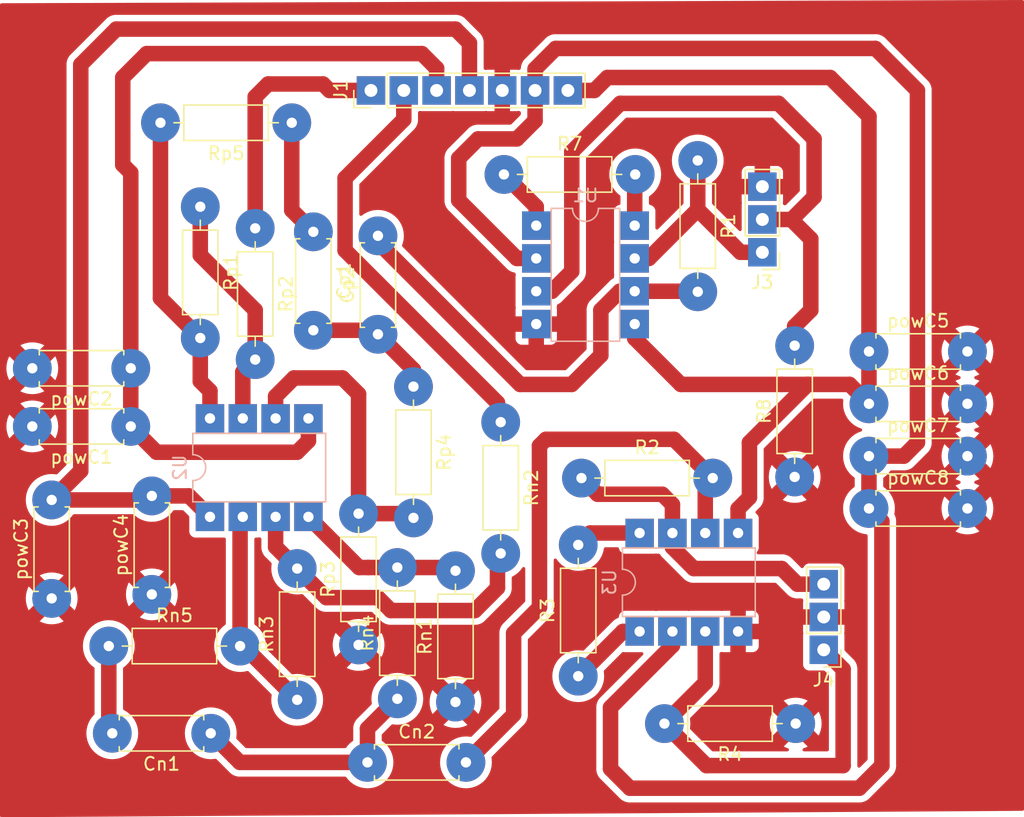
<source format=kicad_pcb>
(kicad_pcb (version 20221018) (generator pcbnew)
  (layers (0 "F.Cu" signal) (31 "B.Cu" signal) (34 "B.Paste" user) (35 "F.Paste" user) (36 "B.SilkS" user "B.Silkscreen") (37 "F.SilkS" user "F.Silkscreen") (38 "B.Mask" user) (39 "F.Mask" user) (44 "Edge.Cuts" user))
  (net 0 "")
  (net 1 "Net-(Cn1-Pad1)")
  (net 2 "Net-(Cn1-Pad2)")
  (net 3 "Net-(U3-+IN1)")
  (net 4 "Net-(Cp1-Pad1)")
  (net 5 "Net-(Cp1-Pad2)")
  (net 6 "Net-(U1-+IN1)")
  (net 7 "/-12v")
  (net 8 "GND")
  (net 9 "/+12v")
  (net 10 "/p_inj")
  (net 11 "/n_inj")
  (net 12 "Net-(U3-+Rg)")
  (net 13 "Net-(U3--Rg)")
  (net 14 "/nm")
  (net 15 "Net-(U1-+Rg)")
  (net 16 "Net-(U1--Rg)")
  (net 17 "/pm")
  (net 18 "Net-(U2-+IN2)")
  (net 19 "/nVin")
  (net 20 "Net-(U2--IN2)")
  (net 21 "Net-(U2-Vout2)")
  (net 22 "Net-(U2--IN1)")
  (net 23 "Net-(U2-Vout1)")
  (net 24 "/pVin")
  (net 25 "Net-(U2-+IN1)")
  (net 26 "/-5v")
  (net 27 "/+5v")
  (footprint "Resistor_THT:R_Axial_DIN0207_L6.3mm_D2.5mm_P7.62mm_Horizontal" (layer "F.Cu") (at 81.63 60.73)
    (fp_text reference "powC8" (at 3.81 -2.37) (layer "F.SilkS"))
    (fp_text value "1n")
    (fp_line (start 0.54 -1.37) (end 7.08 -1.37) (stroke (width 0.12)) (layer "F.SilkS"))
    (fp_line (start 0.54 -1.04) (end 0.54 -1.37) (stroke (width 0.12)) (layer "F.SilkS"))
    (fp_line (start 0.54 1.04) (end 0.54 1.37) (stroke (width 0.12)) (layer "F.SilkS"))
    (fp_line (start 0.54 1.37) (end 7.08 1.37) (stroke (width 0.12)) (layer "F.SilkS"))
    (fp_line (start 7.08 -1.37) (end 7.08 -1.04) (stroke (width 0.12)) (layer "F.SilkS"))
    (fp_line (start 7.08 1.37) (end 7.08 1.04) (stroke (width 0.12)) (layer "F.SilkS"))
    (pad "1" thru_hole circle (at 0 0) (size 3 3) (drill 0.8) (layers "*.Cu" "*.Mask") (net 27 "/+5v"))
    (pad "2" thru_hole circle (at 7.62 0) (size 3 3) (drill 0.8) (layers "*.Cu" "*.Mask") (net 8 "GND"))
  )
  (footprint "Resistor_THT:R_Axial_DIN0207_L6.3mm_D2.5mm_P7.62mm_Horizontal" (layer "F.Cu") (at 24.5 54.38 180)
    (fp_text reference "powC1" (at 3.81 -2.37) (layer "F.SilkS"))
    (fp_text value "1u")
    (fp_line (start 0.54 -1.37) (end 7.08 -1.37) (stroke (width 0.12)) (layer "F.SilkS"))
    (fp_line (start 0.54 -1.04) (end 0.54 -1.37) (stroke (width 0.12)) (layer "F.SilkS"))
    (fp_line (start 0.54 1.04) (end 0.54 1.37) (stroke (width 0.12)) (layer "F.SilkS"))
    (fp_line (start 0.54 1.37) (end 7.08 1.37) (stroke (width 0.12)) (layer "F.SilkS"))
    (fp_line (start 7.08 -1.37) (end 7.08 -1.04) (stroke (width 0.12)) (layer "F.SilkS"))
    (fp_line (start 7.08 1.37) (end 7.08 1.04) (stroke (width 0.12)) (layer "F.SilkS"))
    (pad "1" thru_hole circle (at 0 0 180) (size 3 3) (drill 0.8) (layers "*.Cu" "*.Mask") (net 7 "/-12v"))
    (pad "2" thru_hole circle (at 7.62 0 180) (size 3 3) (drill 0.8) (layers "*.Cu" "*.Mask") (net 8 "GND"))
  )
  (footprint "Resistor_THT:R_Axial_DIN0207_L6.3mm_D2.5mm_P10.16mm_Horizontal" (layer "F.Cu") (at 53.13 54.05 -90)
    (fp_text reference "Rn2" (at 5.08 -2.37 -270) (layer "F.SilkS"))
    (fp_text value "47k")
    (fp_line (start 1.04 0) (end 1.81 0) (stroke (width 0.12)) (layer "F.SilkS"))
    (fp_line (start 1.81 -1.37) (end 1.81 1.37) (stroke (width 0.12)) (layer "F.SilkS"))
    (fp_line (start 1.81 1.37) (end 8.35 1.37) (stroke (width 0.12)) (layer "F.SilkS"))
    (fp_line (start 8.35 -1.37) (end 1.81 -1.37) (stroke (width 0.12)) (layer "F.SilkS"))
    (fp_line (start 8.35 1.37) (end 8.35 -1.37) (stroke (width 0.12)) (layer "F.SilkS"))
    (fp_line (start 9.12 0) (end 8.35 0) (stroke (width 0.12)) (layer "F.SilkS"))
    (pad "1" thru_hole circle (at 0 0 270) (size 3 3) (drill 0.8) (layers "*.Cu" "*.Mask") (net 19 "/nVin"))
    (pad "2" thru_hole circle (at 10.16 0 270) (size 3 3) (drill 0.8) (layers "*.Cu" "*.Mask") (net 20 "Net-(U2--IN2)"))
  )
  (footprint "Resistor_THT:R_Axial_DIN0207_L6.3mm_D2.5mm_P7.62mm_Horizontal" (layer "F.Cu") (at 38.63 39.32 -90)
    (fp_text reference "Cp1" (at 3.81 -2.37 -270) (layer "F.SilkS"))
    (fp_text value "1u")
    (fp_line (start 0.54 -1.37) (end 7.08 -1.37) (stroke (width 0.12)) (layer "F.SilkS"))
    (fp_line (start 0.54 -1.04) (end 0.54 -1.37) (stroke (width 0.12)) (layer "F.SilkS"))
    (fp_line (start 0.54 1.04) (end 0.54 1.37) (stroke (width 0.12)) (layer "F.SilkS"))
    (fp_line (start 0.54 1.37) (end 7.08 1.37) (stroke (width 0.12)) (layer "F.SilkS"))
    (fp_line (start 7.08 -1.37) (end 7.08 -1.04) (stroke (width 0.12)) (layer "F.SilkS"))
    (fp_line (start 7.08 1.37) (end 7.08 1.04) (stroke (width 0.12)) (layer "F.SilkS"))
    (pad "1" thru_hole circle (at 0 0 270) (size 3 3) (drill 0.8) (layers "*.Cu" "*.Mask") (net 4 "Net-(Cp1-Pad1)"))
    (pad "2" thru_hole circle (at 7.62 0 270) (size 3 3) (drill 0.8) (layers "*.Cu" "*.Mask") (net 5 "Net-(Cp1-Pad2)"))
  )
  (footprint "Resistor_THT:R_Axial_DIN0207_L6.3mm_D2.5mm_P7.62mm_Horizontal" (layer "F.Cu") (at 42.82 80.38)
    (fp_text reference "Cn2" (at 3.81 -2.37) (layer "F.SilkS"))
    (fp_text value "1u")
    (fp_line (start 0.54 -1.37) (end 7.08 -1.37) (stroke (width 0.12)) (layer "F.SilkS"))
    (fp_line (start 0.54 -1.04) (end 0.54 -1.37) (stroke (width 0.12)) (layer "F.SilkS"))
    (fp_line (start 0.54 1.04) (end 0.54 1.37) (stroke (width 0.12)) (layer "F.SilkS"))
    (fp_line (start 0.54 1.37) (end 7.08 1.37) (stroke (width 0.12)) (layer "F.SilkS"))
    (fp_line (start 7.08 -1.37) (end 7.08 -1.04) (stroke (width 0.12)) (layer "F.SilkS"))
    (fp_line (start 7.08 1.37) (end 7.08 1.04) (stroke (width 0.12)) (layer "F.SilkS"))
    (pad "1" thru_hole circle (at 0 0) (size 3 3) (drill 0.8) (layers "*.Cu" "*.Mask") (net 1 "Net-(Cn1-Pad1)"))
    (pad "2" thru_hole circle (at 7.62 0) (size 3 3) (drill 0.8) (layers "*.Cu" "*.Mask") (net 3 "Net-(U3-+IN1)"))
  )
  (footprint "Connector_PinHeader_2.54mm:PinHeader_1x03_P2.54mm_Vertical" (layer "F.Cu") (at 73.38 40.905 180)
    (fp_text reference "J3" (at 0 -2.33) (layer "F.SilkS"))
    (fp_text value "pout")
    (fp_line (start -1.33 -1.33) (end 0 -1.33) (stroke (width 0.12)) (layer "F.SilkS"))
    (fp_line (start -1.33 0) (end -1.33 -1.33) (stroke (width 0.12)) (layer "F.SilkS"))
    (fp_line (start -1.33 1.27) (end -1.33 6.41) (stroke (width 0.12)) (layer "F.SilkS"))
    (fp_line (start -1.33 1.27) (end 1.33 1.27) (stroke (width 0.12)) (layer "F.SilkS"))
    (fp_line (start -1.33 6.41) (end 1.33 6.41) (stroke (width 0.12)) (layer "F.SilkS"))
    (fp_line (start 1.33 1.27) (end 1.33 6.41) (stroke (width 0.12)) (layer "F.SilkS"))
    (pad "1" thru_hole rect (at 0 0 180) (size 2.2 2.2) (drill 1) (layers "*.Cu" "*.Mask") (net 10 "/p_inj"))
    (pad "2" thru_hole rect (at 0 2.54 180) (size 2.2 2.2) (drill 1) (layers "*.Cu" "*.Mask") (net 17 "/pm"))
    (pad "3" thru_hole rect (at 0 5.08 180) (size 2.2 2.2) (drill 1) (layers "*.Cu" "*.Mask") (net 8 "GND"))
  )
  (footprint "Resistor_THT:R_Axial_DIN0207_L6.3mm_D2.5mm_P10.16mm_Horizontal" (layer "F.Cu") (at 46.38 51.3 -90)
    (fp_text reference "Rp4" (at 5.08 -2.37 -270) (layer "F.SilkS"))
    (fp_text value "47k")
    (fp_line (start 1.04 0) (end 1.81 0) (stroke (width 0.12)) (layer "F.SilkS"))
    (fp_line (start 1.81 -1.37) (end 1.81 1.37) (stroke (width 0.12)) (layer "F.SilkS"))
    (fp_line (start 1.81 1.37) (end 8.35 1.37) (stroke (width 0.12)) (layer "F.SilkS"))
    (fp_line (start 8.35 -1.37) (end 1.81 -1.37) (stroke (width 0.12)) (layer "F.SilkS"))
    (fp_line (start 8.35 1.37) (end 8.35 -1.37) (stroke (width 0.12)) (layer "F.SilkS"))
    (fp_line (start 9.12 0) (end 8.35 0) (stroke (width 0.12)) (layer "F.SilkS"))
    (pad "1" thru_hole circle (at 0 0 270) (size 3 3) (drill 0.8) (layers "*.Cu" "*.Mask") (net 5 "Net-(Cp1-Pad2)"))
    (pad "2" thru_hole circle (at 10.16 0 270) (size 3 3) (drill 0.8) (layers "*.Cu" "*.Mask") (net 25 "Net-(U2-+IN1)"))
  )
  (footprint "Resistor_THT:R_Axial_DIN0207_L6.3mm_D2.5mm_P7.62mm_Horizontal" (layer "F.Cu") (at 18.38 67.69 90)
    (fp_text reference "powC3" (at 3.81 -2.37 90) (layer "F.SilkS"))
    (fp_text value "1u")
    (fp_line (start 0.54 -1.37) (end 7.08 -1.37) (stroke (width 0.12)) (layer "F.SilkS"))
    (fp_line (start 0.54 -1.04) (end 0.54 -1.37) (stroke (width 0.12)) (layer "F.SilkS"))
    (fp_line (start 0.54 1.04) (end 0.54 1.37) (stroke (width 0.12)) (layer "F.SilkS"))
    (fp_line (start 0.54 1.37) (end 7.08 1.37) (stroke (width 0.12)) (layer "F.SilkS"))
    (fp_line (start 7.08 -1.37) (end 7.08 -1.04) (stroke (width 0.12)) (layer "F.SilkS"))
    (fp_line (start 7.08 1.37) (end 7.08 1.04) (stroke (width 0.12)) (layer "F.SilkS"))
    (pad "1" thru_hole circle (at 0 0 90) (size 3 3) (drill 0.8) (layers "*.Cu" "*.Mask") (net 8 "GND"))
    (pad "2" thru_hole circle (at 7.62 0 90) (size 3 3) (drill 0.8) (layers "*.Cu" "*.Mask") (net 9 "/+12v"))
  )
  (footprint "Resistor_THT:R_Axial_DIN0207_L6.3mm_D2.5mm_P10.16mm_Horizontal" (layer "F.Cu") (at 59.13 73.71 90)
    (fp_text reference "R3" (at 5.08 -2.37 90) (layer "F.SilkS"))
    (fp_text value "10k")
    (fp_line (start 1.04 0) (end 1.81 0) (stroke (width 0.12)) (layer "F.SilkS"))
    (fp_line (start 1.81 -1.37) (end 1.81 1.37) (stroke (width 0.12)) (layer "F.SilkS"))
    (fp_line (start 1.81 1.37) (end 8.35 1.37) (stroke (width 0.12)) (layer "F.SilkS"))
    (fp_line (start 8.35 -1.37) (end 1.81 -1.37) (stroke (width 0.12)) (layer "F.SilkS"))
    (fp_line (start 8.35 1.37) (end 8.35 -1.37) (stroke (width 0.12)) (layer "F.SilkS"))
    (fp_line (start 9.12 0) (end 8.35 0) (stroke (width 0.12)) (layer "F.SilkS"))
    (pad "1" thru_hole circle (at 0 0 90) (size 3 3) (drill 0.8) (layers "*.Cu" "*.Mask") (net 12 "Net-(U3-+Rg)"))
    (pad "2" thru_hole circle (at 10.16 0 90) (size 3 3) (drill 0.8) (layers "*.Cu" "*.Mask") (net 13 "Net-(U3--Rg)"))
  )
  (footprint "Resistor_THT:R_Axial_DIN0207_L6.3mm_D2.5mm_P10.16mm_Horizontal" (layer "F.Cu") (at 53.38 34.88)
    (fp_text reference "R7" (at 5.08 -2.37) (layer "F.SilkS"))
    (fp_text value "10k")
    (fp_line (start 1.04 0) (end 1.81 0) (stroke (width 0.12)) (layer "F.SilkS"))
    (fp_line (start 1.81 -1.37) (end 1.81 1.37) (stroke (width 0.12)) (layer "F.SilkS"))
    (fp_line (start 1.81 1.37) (end 8.35 1.37) (stroke (width 0.12)) (layer "F.SilkS"))
    (fp_line (start 8.35 -1.37) (end 1.81 -1.37) (stroke (width 0.12)) (layer "F.SilkS"))
    (fp_line (start 8.35 1.37) (end 8.35 -1.37) (stroke (width 0.12)) (layer "F.SilkS"))
    (fp_line (start 9.12 0) (end 8.35 0) (stroke (width 0.12)) (layer "F.SilkS"))
    (pad "1" thru_hole circle (at 0 0) (size 3 3) (drill 0.8) (layers "*.Cu" "*.Mask") (net 15 "Net-(U1-+Rg)"))
    (pad "2" thru_hole circle (at 10.16 0) (size 3 3) (drill 0.8) (layers "*.Cu" "*.Mask") (net 16 "Net-(U1--Rg)"))
  )
  (footprint "Connector_PinHeader_2.54mm:PinHeader_1x03_P2.54mm_Vertical" (layer "F.Cu") (at 78.13 71.67 180)
    (fp_text reference "J4" (at 0 -2.33) (layer "F.SilkS"))
    (fp_text value "nout")
    (fp_line (start -1.33 -1.33) (end 0 -1.33) (stroke (width 0.12)) (layer "F.SilkS"))
    (fp_line (start -1.33 0) (end -1.33 -1.33) (stroke (width 0.12)) (layer "F.SilkS"))
    (fp_line (start -1.33 1.27) (end -1.33 6.41) (stroke (width 0.12)) (layer "F.SilkS"))
    (fp_line (start -1.33 1.27) (end 1.33 1.27) (stroke (width 0.12)) (layer "F.SilkS"))
    (fp_line (start -1.33 6.41) (end 1.33 6.41) (stroke (width 0.12)) (layer "F.SilkS"))
    (fp_line (start 1.33 1.27) (end 1.33 6.41) (stroke (width 0.12)) (layer "F.SilkS"))
    (pad "1" thru_hole rect (at 0 0 180) (size 2.2 2.2) (drill 1) (layers "*.Cu" "*.Mask") (net 14 "/nm"))
    (pad "2" thru_hole rect (at 0 2.54 180) (size 2.2 2.2) (drill 1) (layers "*.Cu" "*.Mask") (net 8 "GND"))
    (pad "3" thru_hole rect (at 0 5.08 180) (size 2.2 2.2) (drill 1) (layers "*.Cu" "*.Mask") (net 11 "/n_inj"))
  )
  (footprint "Resistor_THT:R_Axial_DIN0207_L6.3mm_D2.5mm_P7.62mm_Horizontal" (layer "F.Cu") (at 26.13 67.38 90)
    (fp_text reference "powC4" (at 3.81 -2.37 90) (layer "F.SilkS"))
    (fp_text value "1n")
    (fp_line (start 0.54 -1.37) (end 7.08 -1.37) (stroke (width 0.12)) (layer "F.SilkS"))
    (fp_line (start 0.54 -1.04) (end 0.54 -1.37) (stroke (width 0.12)) (layer "F.SilkS"))
    (fp_line (start 0.54 1.04) (end 0.54 1.37) (stroke (width 0.12)) (layer "F.SilkS"))
    (fp_line (start 0.54 1.37) (end 7.08 1.37) (stroke (width 0.12)) (layer "F.SilkS"))
    (fp_line (start 7.08 -1.37) (end 7.08 -1.04) (stroke (width 0.12)) (layer "F.SilkS"))
    (fp_line (start 7.08 1.37) (end 7.08 1.04) (stroke (width 0.12)) (layer "F.SilkS"))
    (pad "1" thru_hole circle (at 0 0 90) (size 3 3) (drill 0.8) (layers "*.Cu" "*.Mask") (net 8 "GND"))
    (pad "2" thru_hole circle (at 7.62 0 90) (size 3 3) (drill 0.8) (layers "*.Cu" "*.Mask") (net 9 "/+12v"))
  )
  (footprint "Resistor_THT:R_Axial_DIN0207_L6.3mm_D2.5mm_P10.16mm_Horizontal" (layer "F.Cu") (at 42.13 71.29 90)
    (fp_text reference "Rp3" (at 5.08 -2.37 90) (layer "F.SilkS"))
    (fp_text value "47k")
    (fp_line (start 1.04 0) (end 1.81 0) (stroke (width 0.12)) (layer "F.SilkS"))
    (fp_line (start 1.81 -1.37) (end 1.81 1.37) (stroke (width 0.12)) (layer "F.SilkS"))
    (fp_line (start 1.81 1.37) (end 8.35 1.37) (stroke (width 0.12)) (layer "F.SilkS"))
    (fp_line (start 8.35 -1.37) (end 1.81 -1.37) (stroke (width 0.12)) (layer "F.SilkS"))
    (fp_line (start 8.35 1.37) (end 8.35 -1.37) (stroke (width 0.12)) (layer "F.SilkS"))
    (fp_line (start 9.12 0) (end 8.35 0) (stroke (width 0.12)) (layer "F.SilkS"))
    (pad "1" thru_hole circle (at 0 0 90) (size 3 3) (drill 0.8) (layers "*.Cu" "*.Mask") (net 8 "GND"))
    (pad "2" thru_hole circle (at 10.16 0 90) (size 3 3) (drill 0.8) (layers "*.Cu" "*.Mask") (net 25 "Net-(U2-+IN1)"))
  )
  (footprint "Resistor_THT:R_Axial_DIN0207_L6.3mm_D2.5mm_P10.16mm_Horizontal" (layer "F.Cu") (at 45.13 75.46 90)
    (fp_text reference "Rn4" (at 5.08 -2.37 90) (layer "F.SilkS"))
    (fp_text value "47k")
    (fp_line (start 1.04 0) (end 1.81 0) (stroke (width 0.12)) (layer "F.SilkS"))
    (fp_line (start 1.81 -1.37) (end 1.81 1.37) (stroke (width 0.12)) (layer "F.SilkS"))
    (fp_line (start 1.81 1.37) (end 8.35 1.37) (stroke (width 0.12)) (layer "F.SilkS"))
    (fp_line (start 8.35 -1.37) (end 1.81 -1.37) (stroke (width 0.12)) (layer "F.SilkS"))
    (fp_line (start 8.35 1.37) (end 8.35 -1.37) (stroke (width 0.12)) (layer "F.SilkS"))
    (fp_line (start 9.12 0) (end 8.35 0) (stroke (width 0.12)) (layer "F.SilkS"))
    (pad "1" thru_hole circle (at 0 0 90) (size 3 3) (drill 0.8) (layers "*.Cu" "*.Mask") (net 1 "Net-(Cn1-Pad1)"))
    (pad "2" thru_hole circle (at 10.16 0 90) (size 3 3) (drill 0.8) (layers "*.Cu" "*.Mask") (net 18 "Net-(U2-+IN2)"))
  )
  (footprint "Resistor_THT:R_Axial_DIN0207_L6.3mm_D2.5mm_P10.16mm_Horizontal" (layer "F.Cu") (at 22.8 71.38)
    (fp_text reference "Rn5" (at 5.08 -2.37) (layer "F.SilkS"))
    (fp_text value "1k")
    (fp_line (start 1.04 0) (end 1.81 0) (stroke (width 0.12)) (layer "F.SilkS"))
    (fp_line (start 1.81 -1.37) (end 1.81 1.37) (stroke (width 0.12)) (layer "F.SilkS"))
    (fp_line (start 1.81 1.37) (end 8.35 1.37) (stroke (width 0.12)) (layer "F.SilkS"))
    (fp_line (start 8.35 -1.37) (end 1.81 -1.37) (stroke (width 0.12)) (layer "F.SilkS"))
    (fp_line (start 8.35 1.37) (end 8.35 -1.37) (stroke (width 0.12)) (layer "F.SilkS"))
    (fp_line (start 9.12 0) (end 8.35 0) (stroke (width 0.12)) (layer "F.SilkS"))
    (pad "1" thru_hole circle (at 0 0) (size 3 3) (drill 0.8) (layers "*.Cu" "*.Mask") (net 2 "Net-(Cn1-Pad2)"))
    (pad "2" thru_hole circle (at 10.16 0) (size 3 3) (drill 0.8) (layers "*.Cu" "*.Mask") (net 21 "Net-(U2-Vout2)"))
  )
  (footprint "Resistor_THT:R_Axial_DIN0207_L6.3mm_D2.5mm_P7.62mm_Horizontal" (layer "F.Cu") (at 24.5 49.88 180)
    (fp_text reference "powC2" (at 3.81 -2.37) (layer "F.SilkS"))
    (fp_text value "1n")
    (fp_line (start 0.54 -1.37) (end 7.08 -1.37) (stroke (width 0.12)) (layer "F.SilkS"))
    (fp_line (start 0.54 -1.04) (end 0.54 -1.37) (stroke (width 0.12)) (layer "F.SilkS"))
    (fp_line (start 0.54 1.04) (end 0.54 1.37) (stroke (width 0.12)) (layer "F.SilkS"))
    (fp_line (start 0.54 1.37) (end 7.08 1.37) (stroke (width 0.12)) (layer "F.SilkS"))
    (fp_line (start 7.08 -1.37) (end 7.08 -1.04) (stroke (width 0.12)) (layer "F.SilkS"))
    (fp_line (start 7.08 1.37) (end 7.08 1.04) (stroke (width 0.12)) (layer "F.SilkS"))
    (pad "1" thru_hole circle (at 0 0 180) (size 3 3) (drill 0.8) (layers "*.Cu" "*.Mask") (net 7 "/-12v"))
    (pad "2" thru_hole circle (at 7.62 0 180) (size 3 3) (drill 0.8) (layers "*.Cu" "*.Mask") (net 8 "GND"))
  )
  (footprint "Resistor_THT:R_Axial_DIN0207_L6.3mm_D2.5mm_P10.16mm_Horizontal" (layer "F.Cu") (at 36.96 30.88 180)
    (fp_text reference "Rp5" (at 5.08 -2.37) (layer "F.SilkS"))
    (fp_text value "1k")
    (fp_line (start 1.04 0) (end 1.81 0) (stroke (width 0.12)) (layer "F.SilkS"))
    (fp_line (start 1.81 -1.37) (end 1.81 1.37) (stroke (width 0.12)) (layer "F.SilkS"))
    (fp_line (start 1.81 1.37) (end 8.35 1.37) (stroke (width 0.12)) (layer "F.SilkS"))
    (fp_line (start 8.35 -1.37) (end 1.81 -1.37) (stroke (width 0.12)) (layer "F.SilkS"))
    (fp_line (start 8.35 1.37) (end 8.35 -1.37) (stroke (width 0.12)) (layer "F.SilkS"))
    (fp_line (start 9.12 0) (end 8.35 0) (stroke (width 0.12)) (layer "F.SilkS"))
    (pad "1" thru_hole circle (at 0 0 180) (size 3 3) (drill 0.8) (layers "*.Cu" "*.Mask") (net 4 "Net-(Cp1-Pad1)"))
    (pad "2" thru_hole circle (at 10.16 0 180) (size 3 3) (drill 0.8) (layers "*.Cu" "*.Mask") (net 23 "Net-(U2-Vout1)"))
  )
  (footprint "Resistor_THT:R_Axial_DIN0207_L6.3mm_D2.5mm_P10.16mm_Horizontal" (layer "F.Cu") (at 37.38 75.54 90)
    (fp_text reference "Rn3" (at 5.08 -2.37 90) (layer "F.SilkS"))
    (fp_text value "47k")
    (fp_line (start 1.04 0) (end 1.81 0) (stroke (width 0.12)) (layer "F.SilkS"))
    (fp_line (start 1.81 -1.37) (end 1.81 1.37) (stroke (width 0.12)) (layer "F.SilkS"))
    (fp_line (start 1.81 1.37) (end 8.35 1.37) (stroke (width 0.12)) (layer "F.SilkS"))
    (fp_line (start 8.35 -1.37) (end 1.81 -1.37) (stroke (width 0.12)) (layer "F.SilkS"))
    (fp_line (start 8.35 1.37) (end 8.35 -1.37) (stroke (width 0.12)) (layer "F.SilkS"))
    (fp_line (start 9.12 0) (end 8.35 0) (stroke (width 0.12)) (layer "F.SilkS"))
    (pad "1" thru_hole circle (at 0 0 90) (size 3 3) (drill 0.8) (layers "*.Cu" "*.Mask") (net 21 "Net-(U2-Vout2)"))
    (pad "2" thru_hole circle (at 10.16 0 90) (size 3 3) (drill 0.8) (layers "*.Cu" "*.Mask") (net 20 "Net-(U2--IN2)"))
  )
  (footprint "Connector_PinHeader_2.54mm:PinHeader_1x07_P2.54mm_Vertical" (layer "F.Cu") (at 43.09 28.38 90)
    (fp_text reference "J1" (at 0 -2.33 90) (layer "F.SilkS"))
    (fp_text value "in")
    (fp_line (start -1.33 -1.33) (end 0 -1.33) (stroke (width 0.12)) (layer "F.SilkS"))
    (fp_line (start -1.33 0) (end -1.33 -1.33) (stroke (width 0.12)) (layer "F.SilkS"))
    (fp_line (start -1.33 1.27) (end -1.33 16.57) (stroke (width 0.12)) (layer "F.SilkS"))
    (fp_line (start -1.33 1.27) (end 1.33 1.27) (stroke (width 0.12)) (layer "F.SilkS"))
    (fp_line (start -1.33 16.57) (end 1.33 16.57) (stroke (width 0.12)) (layer "F.SilkS"))
    (fp_line (start 1.33 1.27) (end 1.33 16.57) (stroke (width 0.12)) (layer "F.SilkS"))
    (pad "1" thru_hole rect (at 0 0 90) (size 2.2 2.2) (drill 1) (layers "*.Cu" "*.Mask") (net 24 "/pVin"))
    (pad "2" thru_hole rect (at 0 2.54 90) (size 2.2 2.2) (drill 1) (layers "*.Cu" "*.Mask") (net 19 "/nVin"))
    (pad "3" thru_hole rect (at 0 5.08 90) (size 2.2 2.2) (drill 1) (layers "*.Cu" "*.Mask") (net 7 "/-12v"))
    (pad "4" thru_hole rect (at 0 7.62 90) (size 2.2 2.2) (drill 1) (layers "*.Cu" "*.Mask") (net 9 "/+12v"))
    (pad "5" thru_hole rect (at 0 10.16 90) (size 2.2 2.2) (drill 1) (layers "*.Cu" "*.Mask") (net 8 "GND"))
    (pad "6" thru_hole rect (at 0 12.7 90) (size 2.2 2.2) (drill 1) (layers "*.Cu" "*.Mask") (net 27 "/+5v"))
    (pad "7" thru_hole rect (at 0 15.24 90) (size 2.2 2.2) (drill 1) (layers "*.Cu" "*.Mask") (net 26 "/-5v"))
  )
  (footprint "Resistor_THT:R_Axial_DIN0207_L6.3mm_D2.5mm_P7.62mm_Horizontal" (layer "F.Cu") (at 81.63 56.68)
    (fp_text reference "powC7" (at 3.81 -2.37) (layer "F.SilkS"))
    (fp_text value "1u")
    (fp_line (start 0.54 -1.37) (end 7.08 -1.37) (stroke (width 0.12)) (layer "F.SilkS"))
    (fp_line (start 0.54 -1.04) (end 0.54 -1.37) (stroke (width 0.12)) (layer "F.SilkS"))
    (fp_line (start 0.54 1.04) (end 0.54 1.37) (stroke (width 0.12)) (layer "F.SilkS"))
    (fp_line (start 0.54 1.37) (end 7.08 1.37) (stroke (width 0.12)) (layer "F.SilkS"))
    (fp_line (start 7.08 -1.37) (end 7.08 -1.04) (stroke (width 0.12)) (layer "F.SilkS"))
    (fp_line (start 7.08 1.37) (end 7.08 1.04) (stroke (width 0.12)) (layer "F.SilkS"))
    (pad "1" thru_hole circle (at 0 0) (size 3 3) (drill 0.8) (layers "*.Cu" "*.Mask") (net 27 "/+5v"))
    (pad "2" thru_hole circle (at 7.62 0) (size 3 3) (drill 0.8) (layers "*.Cu" "*.Mask") (net 8 "GND"))
  )
  (footprint "Resistor_THT:R_Axial_DIN0207_L6.3mm_D2.5mm_P7.62mm_Horizontal" (layer "F.Cu") (at 81.63 52.63)
    (fp_text reference "powC6" (at 3.81 -2.37) (layer "F.SilkS"))
    (fp_text value "1n")
    (fp_line (start 0.54 -1.37) (end 7.08 -1.37) (stroke (width 0.12)) (layer "F.SilkS"))
    (fp_line (start 0.54 -1.04) (end 0.54 -1.37) (stroke (width 0.12)) (layer "F.SilkS"))
    (fp_line (start 0.54 1.04) (end 0.54 1.37) (stroke (width 0.12)) (layer "F.SilkS"))
    (fp_line (start 0.54 1.37) (end 7.08 1.37) (stroke (width 0.12)) (layer "F.SilkS"))
    (fp_line (start 7.08 -1.37) (end 7.08 -1.04) (stroke (width 0.12)) (layer "F.SilkS"))
    (fp_line (start 7.08 1.37) (end 7.08 1.04) (stroke (width 0.12)) (layer "F.SilkS"))
    (pad "1" thru_hole circle (at 0 0) (size 3 3) (drill 0.8) (layers "*.Cu" "*.Mask") (net 26 "/-5v"))
    (pad "2" thru_hole circle (at 7.62 0) (size 3 3) (drill 0.8) (layers "*.Cu" "*.Mask") (net 8 "GND"))
  )
  (footprint "Resistor_THT:R_Axial_DIN0207_L6.3mm_D2.5mm_P10.16mm_Horizontal" (layer "F.Cu") (at 68.38 33.8 -90)
    (fp_text reference "R1" (at 5.08 -2.37 -270) (layer "F.SilkS"))
    (fp_text value "10")
    (fp_line (start 1.04 0) (end 1.81 0) (stroke (width 0.12)) (layer "F.SilkS"))
    (fp_line (start 1.81 -1.37) (end 1.81 1.37) (stroke (width 0.12)) (layer "F.SilkS"))
    (fp_line (start 1.81 1.37) (end 8.35 1.37) (stroke (width 0.12)) (layer "F.SilkS"))
    (fp_line (start 8.35 -1.37) (end 1.81 -1.37) (stroke (width 0.12)) (layer "F.SilkS"))
    (fp_line (start 8.35 1.37) (end 8.35 -1.37) (stroke (width 0.12)) (layer "F.SilkS"))
    (fp_line (start 9.12 0) (end 8.35 0) (stroke (width 0.12)) (layer "F.SilkS"))
    (pad "1" thru_hole circle (at 0 0 270) (size 3 3) (drill 0.8) (layers "*.Cu" "*.Mask") (net 10 "/p_inj"))
    (pad "2" thru_hole circle (at 10.16 0 270) (size 3 3) (drill 0.8) (layers "*.Cu" "*.Mask") (net 6 "Net-(U1-+IN1)"))
  )
  (footprint "Resistor_THT:R_Axial_DIN0207_L6.3mm_D2.5mm_P7.62mm_Horizontal" (layer "F.Cu") (at 81.63 48.58)
    (fp_text reference "powC5" (at 3.81 -2.37) (layer "F.SilkS"))
    (fp_text value "1u")
    (fp_line (start 0.54 -1.37) (end 7.08 -1.37) (stroke (width 0.12)) (layer "F.SilkS"))
    (fp_line (start 0.54 -1.04) (end 0.54 -1.37) (stroke (width 0.12)) (layer "F.SilkS"))
    (fp_line (start 0.54 1.04) (end 0.54 1.37) (stroke (width 0.12)) (layer "F.SilkS"))
    (fp_line (start 0.54 1.37) (end 7.08 1.37) (stroke (width 0.12)) (layer "F.SilkS"))
    (fp_line (start 7.08 -1.37) (end 7.08 -1.04) (stroke (width 0.12)) (layer "F.SilkS"))
    (fp_line (start 7.08 1.37) (end 7.08 1.04) (stroke (width 0.12)) (layer "F.SilkS"))
    (pad "1" thru_hole circle (at 0 0) (size 3 3) (drill 0.8) (layers "*.Cu" "*.Mask") (net 26 "/-5v"))
    (pad "2" thru_hole circle (at 7.62 0) (size 3 3) (drill 0.8) (layers "*.Cu" "*.Mask") (net 8 "GND"))
  )
  (footprint "Resistor_THT:R_Axial_DIN0207_L6.3mm_D2.5mm_P10.16mm_Horizontal" (layer "F.Cu") (at 29.88 37.38 -90)
    (fp_text reference "Rp1" (at 5.08 -2.37 -270) (layer "F.SilkS"))
    (fp_text value "47k")
    (fp_line (start 1.04 0) (end 1.81 0) (stroke (width 0.12)) (layer "F.SilkS"))
    (fp_line (start 1.81 -1.37) (end 1.81 1.37) (stroke (width 0.12)) (layer "F.SilkS"))
    (fp_line (start 1.81 1.37) (end 8.35 1.37) (stroke (width 0.12)) (layer "F.SilkS"))
    (fp_line (start 8.35 -1.37) (end 1.81 -1.37) (stroke (width 0.12)) (layer "F.SilkS"))
    (fp_line (start 8.35 1.37) (end 8.35 -1.37) (stroke (width 0.12)) (layer "F.SilkS"))
    (fp_line (start 9.12 0) (end 8.35 0) (stroke (width 0.12)) (layer "F.SilkS"))
    (pad "1" thru_hole circle (at 0 0 270) (size 3 3) (drill 0.8) (layers "*.Cu" "*.Mask") (net 22 "Net-(U2--IN1)"))
    (pad "2" thru_hole circle (at 10.16 0 270) (size 3 3) (drill 0.8) (layers "*.Cu" "*.Mask") (net 23 "Net-(U2-Vout1)"))
  )
  (footprint "Resistor_THT:R_Axial_DIN0207_L6.3mm_D2.5mm_P10.16mm_Horizontal" (layer "F.Cu") (at 75.96 77.38 180)
    (fp_text reference "R4" (at 5.08 -2.37) (layer "F.SilkS"))
    (fp_text value "1k")
    (fp_line (start 1.04 0) (end 1.81 0) (stroke (width 0.12)) (layer "F.SilkS"))
    (fp_line (start 1.81 -1.37) (end 1.81 1.37) (stroke (width 0.12)) (layer "F.SilkS"))
    (fp_line (start 1.81 1.37) (end 8.35 1.37) (stroke (width 0.12)) (layer "F.SilkS"))
    (fp_line (start 8.35 -1.37) (end 1.81 -1.37) (stroke (width 0.12)) (layer "F.SilkS"))
    (fp_line (start 8.35 1.37) (end 8.35 -1.37) (stroke (width 0.12)) (layer "F.SilkS"))
    (fp_line (start 9.12 0) (end 8.35 0) (stroke (width 0.12)) (layer "F.SilkS"))
    (pad "1" thru_hole circle (at 0 0 180) (size 3 3) (drill 0.8) (layers "*.Cu" "*.Mask") (net 8 "GND"))
    (pad "2" thru_hole circle (at 10.16 0 180) (size 3 3) (drill 0.8) (layers "*.Cu" "*.Mask") (net 14 "/nm"))
  )
  (footprint "Resistor_THT:R_Axial_DIN0207_L6.3mm_D2.5mm_P10.16mm_Horizontal" (layer "F.Cu") (at 49.63 75.71 90)
    (fp_text reference "Rn1" (at 5.08 -2.37 90) (layer "F.SilkS"))
    (fp_text value "47k")
    (fp_line (start 1.04 0) (end 1.81 0) (stroke (width 0.12)) (layer "F.SilkS"))
    (fp_line (start 1.81 -1.37) (end 1.81 1.37) (stroke (width 0.12)) (layer "F.SilkS"))
    (fp_line (start 1.81 1.37) (end 8.35 1.37) (stroke (width 0.12)) (layer "F.SilkS"))
    (fp_line (start 8.35 -1.37) (end 1.81 -1.37) (stroke (width 0.12)) (layer "F.SilkS"))
    (fp_line (start 8.35 1.37) (end 8.35 -1.37) (stroke (width 0.12)) (layer "F.SilkS"))
    (fp_line (start 9.12 0) (end 8.35 0) (stroke (width 0.12)) (layer "F.SilkS"))
    (pad "1" thru_hole circle (at 0 0 90) (size 3 3) (drill 0.8) (layers "*.Cu" "*.Mask") (net 8 "GND"))
    (pad "2" thru_hole circle (at 10.16 0 90) (size 3 3) (drill 0.8) (layers "*.Cu" "*.Mask") (net 18 "Net-(U2-+IN2)"))
  )
  (footprint "Resistor_THT:R_Axial_DIN0207_L6.3mm_D2.5mm_P7.62mm_Horizontal" (layer "F.Cu") (at 43.63 47.25 90)
    (fp_text reference "Cp2" (at 3.81 -2.37 90) (layer "F.SilkS"))
    (fp_text value "1u")
    (fp_line (start 0.54 -1.37) (end 7.08 -1.37) (stroke (width 0.12)) (layer "F.SilkS"))
    (fp_line (start 0.54 -1.04) (end 0.54 -1.37) (stroke (width 0.12)) (layer "F.SilkS"))
    (fp_line (start 0.54 1.04) (end 0.54 1.37) (stroke (width 0.12)) (layer "F.SilkS"))
    (fp_line (start 0.54 1.37) (end 7.08 1.37) (stroke (width 0.12)) (layer "F.SilkS"))
    (fp_line (start 7.08 -1.37) (end 7.08 -1.04) (stroke (width 0.12)) (layer "F.SilkS"))
    (fp_line (start 7.08 1.37) (end 7.08 1.04) (stroke (width 0.12)) (layer "F.SilkS"))
    (pad "1" thru_hole circle (at 0 0 90) (size 3 3) (drill 0.8) (layers "*.Cu" "*.Mask") (net 5 "Net-(Cp1-Pad2)"))
    (pad "2" thru_hole circle (at 7.62 0 90) (size 3 3) (drill 0.8) (layers "*.Cu" "*.Mask") (net 6 "Net-(U1-+IN1)"))
  )
  (footprint "Resistor_THT:R_Axial_DIN0207_L6.3mm_D2.5mm_P7.62mm_Horizontal" (layer "F.Cu") (at 30.69 78.13 180)
    (fp_text reference "Cn1" (at 3.81 -2.37) (layer "F.SilkS"))
    (fp_text value "1u")
    (fp_line (start 0.54 -1.37) (end 7.08 -1.37) (stroke (width 0.12)) (layer "F.SilkS"))
    (fp_line (start 0.54 -1.04) (end 0.54 -1.37) (stroke (width 0.12)) (layer "F.SilkS"))
    (fp_line (start 0.54 1.04) (end 0.54 1.37) (stroke (width 0.12)) (layer "F.SilkS"))
    (fp_line (start 0.54 1.37) (end 7.08 1.37) (stroke (width 0.12)) (layer "F.SilkS"))
    (fp_line (start 7.08 -1.37) (end 7.08 -1.04) (stroke (width 0.12)) (layer "F.SilkS"))
    (fp_line (start 7.08 1.37) (end 7.08 1.04) (stroke (width 0.12)) (layer "F.SilkS"))
    (pad "1" thru_hole circle (at 0 0 180) (size 3 3) (drill 0.8) (layers "*.Cu" "*.Mask") (net 1 "Net-(Cn1-Pad1)"))
    (pad "2" thru_hole circle (at 7.62 0 180) (size 3 3) (drill 0.8) (layers "*.Cu" "*.Mask") (net 2 "Net-(Cn1-Pad2)"))
  )
  (footprint "Resistor_THT:R_Axial_DIN0207_L6.3mm_D2.5mm_P10.16mm_Horizontal" (layer "F.Cu") (at 59.38 58.38)
    (fp_text reference "R2" (at 5.08 -2.37) (layer "F.SilkS"))
    (fp_text value "10")
    (fp_line (start 1.04 0) (end 1.81 0) (stroke (width 0.12)) (layer "F.SilkS"))
    (fp_line (start 1.81 -1.37) (end 1.81 1.37) (stroke (width 0.12)) (layer "F.SilkS"))
    (fp_line (start 1.81 1.37) (end 8.35 1.37) (stroke (width 0.12)) (layer "F.SilkS"))
    (fp_line (start 8.35 -1.37) (end 1.81 -1.37) (stroke (width 0.12)) (layer "F.SilkS"))
    (fp_line (start 8.35 1.37) (end 8.35 -1.37) (stroke (width 0.12)) (layer "F.SilkS"))
    (fp_line (start 9.12 0) (end 8.35 0) (stroke (width 0.12)) (layer "F.SilkS"))
    (pad "1" thru_hole circle (at 0 0) (size 3 3) (drill 0.8) (layers "*.Cu" "*.Mask") (net 11 "/n_inj"))
    (pad "2" thru_hole circle (at 10.16 0) (size 3 3) (drill 0.8) (layers "*.Cu" "*.Mask") (net 3 "Net-(U3-+IN1)"))
  )
  (footprint "Resistor_THT:R_Axial_DIN0207_L6.3mm_D2.5mm_P10.16mm_Horizontal" (layer "F.Cu") (at 34.13 39.05 -90)
    (fp_text reference "Rp2" (at 5.08 -2.37 -270) (layer "F.SilkS"))
    (fp_text value "47k")
    (fp_line (start 1.04 0) (end 1.81 0) (stroke (width 0.12)) (layer "F.SilkS"))
    (fp_line (start 1.81 -1.37) (end 1.81 1.37) (stroke (width 0.12)) (layer "F.SilkS"))
    (fp_line (start 1.81 1.37) (end 8.35 1.37) (stroke (width 0.12)) (layer "F.SilkS"))
    (fp_line (start 8.35 -1.37) (end 1.81 -1.37) (stroke (width 0.12)) (layer "F.SilkS"))
    (fp_line (start 8.35 1.37) (end 8.35 -1.37) (stroke (width 0.12)) (layer "F.SilkS"))
    (fp_line (start 9.12 0) (end 8.35 0) (stroke (width 0.12)) (layer "F.SilkS"))
    (pad "1" thru_hole circle (at 0 0 270) (size 3 3) (drill 0.8) (layers "*.Cu" "*.Mask") (net 24 "/pVin"))
    (pad "2" thru_hole circle (at 10.16 0 270) (size 3 3) (drill 0.8) (layers "*.Cu" "*.Mask") (net 22 "Net-(U2--IN1)"))
  )
  (footprint "Resistor_THT:R_Axial_DIN0207_L6.3mm_D2.5mm_P10.16mm_Horizontal" (layer "F.Cu") (at 75.88 58.29 90)
    (fp_text reference "R8" (at 5.08 -2.37 90) (layer "F.SilkS"))
    (fp_text value "1k")
    (fp_line (start 1.04 0) (end 1.81 0) (stroke (width 0.12)) (layer "F.SilkS"))
    (fp_line (start 1.81 -1.37) (end 1.81 1.37) (stroke (width 0.12)) (layer "F.SilkS"))
    (fp_line (start 1.81 1.37) (end 8.35 1.37) (stroke (width 0.12)) (layer "F.SilkS"))
    (fp_line (start 8.35 -1.37) (end 1.81 -1.37) (stroke (width 0.12)) (layer "F.SilkS"))
    (fp_line (start 8.35 1.37) (end 8.35 -1.37) (stroke (width 0.12)) (layer "F.SilkS"))
    (fp_line (start 9.12 0) (end 8.35 0) (stroke (width 0.12)) (layer "F.SilkS"))
    (pad "1" thru_hole circle (at 0 0 90) (size 3 3) (drill 0.8) (layers "*.Cu" "*.Mask") (net 8 "GND"))
    (pad "2" thru_hole circle (at 10.16 0 90) (size 3 3) (drill 0.8) (layers "*.Cu" "*.Mask") (net 17 "/pm"))
  )
  (footprint "Package_DIP:DIP-8_W7.62mm" (layer "B.Cu") (at 30.63 53.76 -90)
    (fp_text reference "U2" (at 3.81 2.33 -270) (layer "B.SilkS") (effects (justify mirror)))
    (fp_text value "AD8066_SOIC")
    (fp_line (start 1.16 -8.95) (end 6.46 -8.95) (stroke (width 0.12)) (layer "B.SilkS"))
    (fp_line (start 1.16 1.33) (end 1.16 -8.95) (stroke (width 0.12)) (layer "B.SilkS"))
    (fp_line (start 2.81 1.33) (end 1.16 1.33) (stroke (width 0.12)) (layer "B.SilkS"))
    (fp_line (start 6.46 -8.95) (end 6.46 1.33) (stroke (width 0.12)) (layer "B.SilkS"))
    (fp_line (start 6.46 1.33) (end 4.81 1.33) (stroke (width 0.12)) (layer "B.SilkS"))
    (fp_arc (start 2.81 1.33) (mid 3.81 0.33) (end 4.81 1.33) (stroke (width 0.12)) (layer "B.SilkS"))
    (pad "1" thru_hole rect (at 0 0 270) (size 2.2 2.2) (drill 0.8) (layers "*.Cu" "*.Mask") (net 23 "Net-(U2-Vout1)"))
    (pad "2" thru_hole rect (at 0 -2.54 270) (size 2.2 2.2) (drill 0.8) (layers "*.Cu" "*.Mask") (net 22 "Net-(U2--IN1)"))
    (pad "3" thru_hole rect (at 0 -5.08 270) (size 2.2 2.2) (drill 0.8) (layers "*.Cu" "*.Mask") (net 25 "Net-(U2-+IN1)"))
    (pad "4" thru_hole rect (at 0 -7.62 270) (size 2.2 2.2) (drill 0.8) (layers "*.Cu" "*.Mask") (net 7 "/-12v"))
    (pad "5" thru_hole rect (at 7.62 -7.62 270) (size 2.2 2.2) (drill 0.8) (layers "*.Cu" "*.Mask") (net 18 "Net-(U2-+IN2)"))
    (pad "6" thru_hole rect (at 7.62 -5.08 270) (size 2.2 2.2) (drill 0.8) (layers "*.Cu" "*.Mask") (net 20 "Net-(U2--IN2)"))
    (pad "7" thru_hole rect (at 7.62 -2.54 270) (size 2.2 2.2) (drill 0.8) (layers "*.Cu" "*.Mask") (net 21 "Net-(U2-Vout2)"))
    (pad "8" thru_hole rect (at 7.62 0 270) (size 2.2 2.2) (drill 0.8) (layers "*.Cu" "*.Mask") (net 9 "/+12v"))
  )
  (footprint "Package_DIP:DIP-8_W7.62mm" (layer "B.Cu") (at 63.5 38.84 180)
    (fp_text reference "U1" (at 3.81 2.33) (layer "B.SilkS") (effects (justify mirror)))
    (fp_text value "~")
    (fp_line (start 1.16 -8.95) (end 6.46 -8.95) (stroke (width 0.12)) (layer "B.SilkS"))
    (fp_line (start 1.16 1.33) (end 1.16 -8.95) (stroke (width 0.12)) (layer "B.SilkS"))
    (fp_line (start 2.81 1.33) (end 1.16 1.33) (stroke (width 0.12)) (layer "B.SilkS"))
    (fp_line (start 6.46 -8.95) (end 6.46 1.33) (stroke (width 0.12)) (layer "B.SilkS"))
    (fp_line (start 6.46 1.33) (end 4.81 1.33) (stroke (width 0.12)) (layer "B.SilkS"))
    (fp_arc (start 2.81 1.33) (mid 3.81 0.33) (end 4.81 1.33) (stroke (width 0.12)) (layer "B.SilkS"))
    (pad "1" thru_hole rect (at 0 0 180) (size 2.2 2.2) (drill 0.8) (layers "*.Cu" "*.Mask") (net 16 "Net-(U1--Rg)"))
    (pad "2" thru_hole rect (at 0 -2.54 180) (size 2.2 2.2) (drill 0.8) (layers "*.Cu" "*.Mask") (net 10 "/p_inj"))
    (pad "3" thru_hole rect (at 0 -5.08 180) (size 2.2 2.2) (drill 0.8) (layers "*.Cu" "*.Mask") (net 6 "Net-(U1-+IN1)"))
    (pad "4" thru_hole rect (at 0 -7.62 180) (size 2.2 2.2) (drill 0.8) (layers "*.Cu" "*.Mask") (net 26 "/-5v"))
    (pad "5" thru_hole rect (at 7.62 -7.62 180) (size 2.2 2.2) (drill 0.8) (layers "*.Cu" "*.Mask") (net 8 "GND"))
    (pad "6" thru_hole rect (at 7.62 -5.08 180) (size 2.2 2.2) (drill 0.8) (layers "*.Cu" "*.Mask") (net 17 "/pm"))
    (pad "7" thru_hole rect (at 7.62 -2.54 180) (size 2.2 2.2) (drill 0.8) (layers "*.Cu" "*.Mask") (net 27 "/+5v"))
    (pad "8" thru_hole rect (at 7.62 0 180) (size 2.2 2.2) (drill 0.8) (layers "*.Cu" "*.Mask") (net 15 "Net-(U1-+Rg)"))
  )
  (footprint "Package_DIP:DIP-8_W7.62mm" (layer "B.Cu") (at 63.88 62.63 -90)
    (fp_text reference "U3" (at 3.81 2.33 -270) (layer "B.SilkS") (effects (justify mirror)))
    (fp_text value "~")
    (fp_line (start 1.16 -8.95) (end 6.46 -8.95) (stroke (width 0.12)) (layer "B.SilkS"))
    (fp_line (start 1.16 1.33) (end 1.16 -8.95) (stroke (width 0.12)) (layer "B.SilkS"))
    (fp_line (start 2.81 1.33) (end 1.16 1.33) (stroke (width 0.12)) (layer "B.SilkS"))
    (fp_line (start 6.46 -8.95) (end 6.46 1.33) (stroke (width 0.12)) (layer "B.SilkS"))
    (fp_line (start 6.46 1.33) (end 4.81 1.33) (stroke (width 0.12)) (layer "B.SilkS"))
    (fp_arc (start 2.81 1.33) (mid 3.81 0.33) (end 4.81 1.33) (stroke (width 0.12)) (layer "B.SilkS"))
    (pad "1" thru_hole rect (at 0 0 270) (size 2.2 2.2) (drill 0.8) (layers "*.Cu" "*.Mask") (net 13 "Net-(U3--Rg)"))
    (pad "2" thru_hole rect (at 0 -2.54 270) (size 2.2 2.2) (drill 0.8) (layers "*.Cu" "*.Mask") (net 11 "/n_inj"))
    (pad "3" thru_hole rect (at 0 -5.08 270) (size 2.2 2.2) (drill 0.8) (layers "*.Cu" "*.Mask") (net 3 "Net-(U3-+IN1)"))
    (pad "4" thru_hole rect (at 0 -7.62 270) (size 2.2 2.2) (drill 0.8) (layers "*.Cu" "*.Mask") (net 26 "/-5v"))
    (pad "5" thru_hole rect (at 7.62 -7.62 270) (size 2.2 2.2) (drill 0.8) (layers "*.Cu" "*.Mask") (net 8 "GND"))
    (pad "6" thru_hole rect (at 7.62 -5.08 270) (size 2.2 2.2) (drill 0.8) (layers "*.Cu" "*.Mask") (net 14 "/nm"))
    (pad "7" thru_hole rect (at 7.62 -2.54 270) (size 2.2 2.2) (drill 0.8) (layers "*.Cu" "*.Mask") (net 27 "/+5v"))
    (pad "8" thru_hole rect (at 7.62 0 270) (size 2.2 2.2) (drill 0.8) (layers "*.Cu" "*.Mask") (net 12 "Net-(U3-+Rg)"))
  )
  (segment (start 30.69 78.13) (end 32.94 80.38) (width 1.2) (layer "F.Cu") (net 1))
  (segment (start 42.82 77.77) (end 45.13 75.46) (width 1.2) (layer "F.Cu") (net 1))
  (segment (start 32.94 80.38) (end 42.82 80.38) (width 1.2) (layer "F.Cu") (net 1))
  (segment (start 42.82 80.38) (end 42.82 77.77) (width 1.2) (layer "F.Cu") (net 1))
  (segment (start 22.8 77.86) (end 23.07 78.13) (width 1.2) (layer "F.Cu") (net 2))
  (segment (start 22.8 71.38) (end 22.8 77.86) (width 1.2) (layer "F.Cu") (net 2))
  (segment (start 68.96 58.96) (end 69.54 58.38) (width 1.2) (layer "F.Cu") (net 3))
  (segment (start 54.13 76.69) (end 54.13 70.39) (width 1.2) (layer "F.Cu") (net 3))
  (segment (start 54.13 70.39) (end 56.13 68.39) (width 1.2) (layer "F.Cu") (net 3))
  (segment (start 66.54 55.38) (end 69.54 58.38) (width 1.2) (layer "F.Cu") (net 3))
  (segment (start 50.44 80.38) (end 54.13 76.69) (width 1.2) (layer "F.Cu") (net 3))
  (segment (start 56.13 68.39) (end 56.13 55.88) (width 1.2) (layer "F.Cu") (net 3))
  (segment (start 56.63 55.38) (end 66.54 55.38) (width 1.2) (layer "F.Cu") (net 3))
  (segment (start 56.13 55.88) (end 56.63 55.38) (width 1.2) (layer "F.Cu") (net 3))
  (segment (start 68.96 62.63) (end 68.96 58.96) (width 1.2) (layer "F.Cu") (net 3))
  (segment (start 36.96 37.65) (end 38.63 39.32) (width 1.2) (layer "F.Cu") (net 4))
  (segment (start 36.96 30.88) (end 36.96 37.65) (width 1.2) (layer "F.Cu") (net 4))
  (segment (start 43.32 46.94) (end 43.63 47.25) (width 1.2) (layer "F.Cu") (net 5))
  (segment (start 38.63 46.94) (end 43.32 46.94) (width 1.2) (layer "F.Cu") (net 5))
  (segment (start 46.38 50) (end 43.63 47.25) (width 1.2) (layer "F.Cu") (net 5))
  (segment (start 46.38 51.3) (end 46.38 50) (width 1.2) (layer "F.Cu") (net 5))
  (segment (start 68.34 43.92) (end 68.38 43.96) (width 1.2) (layer "F.Cu") (net 6))
  (segment (start 62.34 43.92) (end 63.5 43.92) (width 1.2) (layer "F.Cu") (net 6))
  (segment (start 58.63 51.13) (end 60.88 48.88) (width 1.2) (layer "F.Cu") (net 6))
  (segment (start 43.63 39.63) (end 43.63 40.13) (width 1.2) (layer "F.Cu") (net 6))
  (segment (start 63.5 43.92) (end 68.34 43.92) (width 1.2) (layer "F.Cu") (net 6))
  (segment (start 54.63 51.13) (end 58.63 51.13) (width 1.2) (layer "F.Cu") (net 6))
  (segment (start 60.88 48.88) (end 60.88 45.38) (width 1.2) (layer "F.Cu") (net 6))
  (segment (start 43.63 40.13) (end 54.63 51.13) (width 1.2) (layer "F.Cu") (net 6))
  (segment (start 60.88 45.38) (end 62.34 43.92) (width 1.2) (layer "F.Cu") (net 6))
  (segment (start 38.25 53.76) (end 38.25 55.5) (width 1.2) (layer "F.Cu") (net 7))
  (segment (start 24.5 34.75) (end 23.88 34.13) (width 1.2) (layer "F.Cu") (net 7))
  (segment (start 25.73 25.53) (end 47.03 25.53) (width 1.2) (layer "F.Cu") (net 7))
  (segment (start 48.17 26.67) (end 48.17 28.38) (width 1.2) (layer "F.Cu") (net 7))
  (segment (start 24.5 54.38) (end 24.5 49.88) (width 1.2) (layer "F.Cu") (net 7))
  (segment (start 24.5 49.88) (end 24.5 34.75) (width 1.2) (layer "F.Cu") (net 7))
  (segment (start 23.88 27.38) (end 25.73 25.53) (width 1.2) (layer "F.Cu") (net 7))
  (segment (start 37.37 56.38) (end 26.5 56.38) (width 1.2) (layer "F.Cu") (net 7))
  (segment (start 47.03 25.53) (end 48.17 26.67) (width 1.2) (layer "F.Cu") (net 7))
  (segment (start 38.25 55.5) (end 37.37 56.38) (width 1.2) (layer "F.Cu") (net 7))
  (segment (start 23.88 34.13) (end 23.88 27.38) (width 1.2) (layer "F.Cu") (net 7))
  (segment (start 26.5 56.38) (end 24.5 54.38) (width 1.2) (layer "F.Cu") (net 7))
  (segment (start 50.71 24.71) (end 49.63 23.63) (width 1.2) (layer "F.Cu") (net 9))
  (segment (start 50.71 28.38) (end 50.71 24.71) (width 1.2) (layer "F.Cu") (net 9))
  (segment (start 29.01 59.76) (end 30.63 61.38) (width 1.2) (layer "F.Cu") (net 9))
  (segment (start 20.63 57.82) (end 18.38 60.07) (width 1.2) (layer "F.Cu") (net 9))
  (segment (start 23.38 23.63) (end 20.63 26.38) (width 1.2) (layer "F.Cu") (net 9))
  (segment (start 18.38 60.07) (end 25.82 60.07) (width 1.2) (layer "F.Cu") (net 9))
  (segment (start 26.13 59.76) (end 29.01 59.76) (width 1.2) (layer "F.Cu") (net 9))
  (segment (start 25.82 60.07) (end 26.13 59.76) (width 1.2) (layer "F.Cu") (net 9))
  (segment (start 20.63 26.38) (end 20.63 57.82) (width 1.2) (layer "F.Cu") (net 9))
  (segment (start 49.63 23.63) (end 23.38 23.63) (width 1.2) (layer "F.Cu") (net 9))
  (segment (start 68.38 37.6) (end 68.38 33.8) (width 1.2) (layer "F.Cu") (net 10))
  (segment (start 71.685 40.905) (end 68.38 37.6) (width 1.2) (layer "F.Cu") (net 10))
  (segment (start 63.5 41.38) (end 64.6 41.38) (width 1.2) (layer "F.Cu") (net 10))
  (segment (start 73.38 40.905) (end 71.685 40.905) (width 1.2) (layer "F.Cu") (net 10))
  (segment (start 64.6 41.38) (end 68.38 37.6) (width 1.2) (layer "F.Cu") (net 10))
  (segment (start 66.42 63.73) (end 68.07 65.38) (width 1.2) (layer "F.Cu") (net 11))
  (segment (start 76.09 66.59) (end 78.13 66.59) (width 1.2) (layer "F.Cu") (net 11))
  (segment (start 66.42 62.63) (end 66.42 60.42) (width 1.2) (layer "F.Cu") (net 11))
  (segment (start 65.63 59.63) (end 60.63 59.63) (width 1.2) (layer "F.Cu") (net 11))
  (segment (start 60.63 59.63) (end 59.38 58.38) (width 1.2) (layer "F.Cu") (net 11))
  (segment (start 68.07 65.38) (end 74.88 65.38) (width 1.2) (layer "F.Cu") (net 11))
  (segment (start 74.88 65.38) (end 76.09 66.59) (width 1.2) (layer "F.Cu") (net 11))
  (segment (start 66.42 62.63) (end 66.42 63.73) (width 1.2) (layer "F.Cu") (net 11))
  (segment (start 66.42 60.42) (end 65.63 59.63) (width 1.2) (layer "F.Cu") (net 11))
  (segment (start 62.59 70.25) (end 59.13 73.71) (width 1.2) (layer "F.Cu") (net 12))
  (segment (start 63.88 70.25) (end 62.59 70.25) (width 1.2) (layer "F.Cu") (net 12))
  (segment (start 63.88 62.63) (end 60.05 62.63) (width 1.2) (layer "F.Cu") (net 13))
  (segment (start 60.05 62.63) (end 59.13 63.55) (width 1.2) (layer "F.Cu") (net 13))
  (segment (start 65.8 77.38) (end 68.96 74.22) (width 1.2) (layer "F.Cu") (net 14))
  (segment (start 79.63 80.63) (end 79.63 73.17) (width 1.2) (layer "F.Cu") (net 14))
  (segment (start 65.8 77.38) (end 69.05 80.63) (width 1.2) (layer "F.Cu") (net 14))
  (segment (start 79.63 73.17) (end 78.13 71.67) (width 1.2) (layer "F.Cu") (net 14))
  (segment (start 69.05 80.63) (end 79.63 80.63) (width 1.2) (layer "F.Cu") (net 14))
  (segment (start 68.96 74.22) (end 68.96 70.25) (width 1.2) (layer "F.Cu") (net 14))
  (segment (start 55.88 37.38) (end 53.38 34.88) (width 1.2) (layer "F.Cu") (net 15))
  (segment (start 55.88 38.84) (end 55.88 37.38) (width 1.2) (layer "F.Cu") (net 15))
  (segment (start 63.5 38.84) (end 63.5 34.92) (width 1.2) (layer "F.Cu") (net 16))
  (segment (start 63.5 34.92) (end 63.54 34.88) (width 1.2) (layer "F.Cu") (net 16))
  (segment (start 77.38 36.63) (end 77.38 32.13) (width 1.2) (layer "F.Cu") (net 17))
  (segment (start 77.13 45.38) (end 75.88 46.63) (width 1.2) (layer "F.Cu") (net 17))
  (segment (start 77.38 32.13) (end 74.63 29.38) (width 1.2) (layer "F.Cu") (net 17))
  (segment (start 74.63 29.38) (end 62.38 29.38) (width 1.2) (layer "F.Cu") (net 17))
  (segment (start 57.09 43.92) (end 55.88 43.92) (width 1.2) (layer "F.Cu") (net 17))
  (segment (start 75.645 38.365) (end 77.38 36.63) (width 1.2) (layer "F.Cu") (net 17))
  (segment (start 77.13 39.88) (end 77.13 45.38) (width 1.2) (layer "F.Cu") (net 17))
  (segment (start 75.645 38.395) (end 77.13 39.88) (width 1.2) (layer "F.Cu") (net 17))
  (segment (start 58.63 42.38) (end 57.09 43.92) (width 1.2) (layer "F.Cu") (net 17))
  (segment (start 75.645 38.365) (end 75.645 38.395) (width 1.2) (layer "F.Cu") (net 17))
  (segment (start 73.38 38.365) (end 75.645 38.365) (width 1.2) (layer "F.Cu") (net 17))
  (segment (start 58.63 33.13) (end 58.63 42.38) (width 1.2) (layer "F.Cu") (net 17))
  (segment (start 75.88 46.63) (end 75.88 48.13) (width 1.2) (layer "F.Cu") (net 17))
  (segment (start 62.38 29.38) (end 58.63 33.13) (width 1.2) (layer "F.Cu") (net 17))
  (segment (start 38.25 61.38) (end 42.17 65.3) (width 1.2) (layer "F.Cu") (net 18))
  (segment (start 42.17 65.3) (end 42.88 65.3) (width 1.2) (layer "F.Cu") (net 18))
  (segment (start 42.88 65.3) (end 49.38 65.3) (width 1.2) (layer "F.Cu") (net 18))
  (segment (start 49.38 65.3) (end 49.63 65.55) (width 1.2) (layer "F.Cu") (net 18))
  (segment (start 41.085123 40.755123) (end 52.88 52.55) (width 1.2) (layer "F.Cu") (net 19))
  (segment (start 52.88 52.55) (end 52.88 54.05) (width 1.2) (layer "F.Cu") (net 19))
  (segment (start 41.085123 35.174877) (end 41.085123 40.755123) (width 1.2) (layer "F.Cu") (net 19))
  (segment (start 45.63 28.38) (end 45.63 30.63) (width 1.2) (layer "F.Cu") (net 19))
  (segment (start 45.63 30.63) (end 41.085123 35.174877) (width 1.2) (layer "F.Cu") (net 19))
  (segment (start 43.63 67.63) (end 39.63 67.63) (width 1.2) (layer "F.Cu") (net 20))
  (segment (start 39.63 67.63) (end 37.38 65.38) (width 1.2) (layer "F.Cu") (net 20))
  (segment (start 52.88 64.21) (end 52.88 66.88) (width 1.2) (layer "F.Cu") (net 20))
  (segment (start 35.71 63.71) (end 35.71 61.38) (width 1.2) (layer "F.Cu") (net 20))
  (segment (start 37.38 65.38) (end 37.38 65.63) (width 0.25) (layer "F.Cu") (net 20))
  (segment (start 37.38 65.38) (end 35.71 63.71) (width 1.2) (layer "F.Cu") (net 20))
  (segment (start 52.88 66.88) (end 51.13 68.63) (width 1.2) (layer "F.Cu") (net 20))
  (segment (start 44.63 68.63) (end 43.63 67.63) (width 1.2) (layer "F.Cu") (net 20))
  (segment (start 51.13 68.63) (end 44.63 68.63) (width 1.2) (layer "F.Cu") (net 20))
  (segment (start 33.22 71.38) (end 37.38 75.54) (width 1.2) (layer "F.Cu") (net 21))
  (segment (start 32.96 71.38) (end 33.22 71.38) (width 1.2) (layer "F.Cu") (net 21))
  (segment (start 32.96 61.59) (end 33.17 61.38) (width 1.2) (layer "F.Cu") (net 21))
  (segment (start 32.96 71.38) (end 32.96 61.59) (width 1.2) (layer "F.Cu") (net 21))
  (segment (start 34.13 45.38) (end 29.88 41.13) (width 1.2) (layer "F.Cu") (net 22))
  (segment (start 34.13 49.21) (end 34.13 45.38) (width 1.2) (layer "F.Cu") (net 22))
  (segment (start 29.88 41.13) (end 29.88 37.38) (width 1.2) (layer "F.Cu") (net 22))
  (segment (start 33.17 50.17) (end 34.13 49.21) (width 1.2) (layer "F.Cu") (net 22))
  (segment (start 33.17 53.76) (end 33.17 50.17) (width 1.2) (layer "F.Cu") (net 22))
  (segment (start 29.88 50.88) (end 29.88 47.54) (width 1.2) (layer "F.Cu") (net 23))
  (segment (start 30.63 51.63) (end 29.88 50.88) (width 1.2) (layer "F.Cu") (net 23))
  (segment (start 30.63 53.76) (end 30.63 51.63) (width 1.2) (layer "F.Cu") (net 23))
  (segment (start 29.88 47.54) (end 26.8 44.46) (width 1.2) (layer "F.Cu") (net 23))
  (segment (start 26.8 44.46) (end 26.8 30.88) (width 1.2) (layer "F.Cu") (net 23))
  (segment (start 43.09 28.38) (end 39.88 28.38) (width 1.2) (layer "F.Cu") (net 24))
  (segment (start 39.38 27.88) (end 35.13 27.88) (width 1.2) (layer "F.Cu") (net 24))
  (segment (start 35.13 27.88) (end 34.13 28.88) (width 1.2) (layer "F.Cu") (net 24))
  (segment (start 39.88 28.38) (end 39.38 27.88) (width 1.2) (layer "F.Cu") (net 24))
  (segment (start 34.13 28.88) (end 34.13 39.05) (width 1.2) (layer "F.Cu") (net 24))
  (segment (start 35.71 52.05) (end 37.13 50.63) (width 1.2) (layer "F.Cu") (net 25))
  (segment (start 35.71 53.76) (end 35.71 52.05) (width 1.2) (layer "F.Cu") (net 25))
  (segment (start 42.13 61.13) (end 46.05 61.13) (width 1.2) (layer "F.Cu") (net 25))
  (segment (start 37.13 50.63) (end 40.88 50.63) (width 1.2) (layer "F.Cu") (net 25))
  (segment (start 42.13 51.88) (end 42.13 61.13) (width 1.2) (layer "F.Cu") (net 25))
  (segment (start 46.05 61.13) (end 46.38 61.46) (width 1.2) (layer "F.Cu") (net 25))
  (segment (start 40.88 50.63) (end 42.13 51.88) (width 1.2) (layer "F.Cu") (net 25))
  (segment (start 60.38 28.38) (end 61.38 27.38) (width 1.2) (layer "F.Cu") (net 26))
  (segment (start 81.63 52.63) (end 81.63 48.58) (width 1.2) (layer "F.Cu") (net 26))
  (segment (start 72.38 59.88) (end 72.38 55.63) (width 1.2) (layer "F.Cu") (net 26))
  (segment (start 81.63 52.63) (end 80.13 51.13) (width 1.2) (layer "F.Cu") (net 26))
  (segment (start 63.5 47.56) (end 63.5 46.46) (width 1.2) (layer "F.Cu") (net 26))
  (segment (start 78.63 27.38) (end 81.63 30.38) (width 1.2) (layer "F.Cu") (net 26))
  (segment (start 61.38 27.38) (end 78.63 27.38) (width 1.2) (layer "F.Cu") (net 26))
  (segment (start 81.63 30.38) (end 81.63 48.58) (width 1.2) (layer "F.Cu") (net 26))
  (segment (start 74.88 51.13) (end 67.07 51.13) (width 1.2) (layer "F.Cu") (net 26))
  (segment (start 80.13 51.13) (end 76.88 51.13) (width 1.2) (layer "F.Cu") (net 26))
  (segment (start 71.5 62.63) (end 71.5 60.76) (width 1.2) (layer "F.Cu") (net 26))
  (segment (start 58.33 28.38) (end 60.38 28.38) (width 1.2) (layer "F.Cu") (net 26))
  (segment (start 67.07 51.13) (end 63.5 47.56) (width 1.2) (layer "F.Cu") (net 26))
  (segment (start 72.38 55.63) (end 76.88 51.13) (width 1.2) (layer "F.Cu") (net 26))
  (segment (start 74.88 51.13) (end 76.88 51.13) (width 1.2) (layer "F.Cu") (net 26))
  (segment (start 71.5 60.76) (end 72.38 59.88) (width 1.2) (layer "F.Cu") (net 26))
  (segment (start 61.63 80.88) (end 63.13 82.38) (width 1.2) (layer "F.Cu") (net 27))
  (segment (start 49.88 33.63) (end 51.38 32.13) (width 1.2) (layer "F.Cu") (net 27))
  (segment (start 57.38 25.13) (end 55.79 26.72) (width 1.2) (layer "F.Cu") (net 27))
  (segment (start 63.13 82.38) (end 80.88 82.38) (width 1.2) (layer "F.Cu") (net 27))
  (segment (start 54.38 41.38) (end 49.88 36.88) (width 1.2) (layer "F.Cu") (net 27))
  (segment (start 55.88 41.38) (end 54.38 41.38) (width 1.2) (layer "F.Cu") (net 27))
  (segment (start 66.42 71.34) (end 61.63 76.13) (width 1.2) (layer "F.Cu") (net 27))
  (segment (start 81.63 56.68) (end 84.33 56.68) (width 1.2) (layer "F.Cu") (net 27))
  (segment (start 66.42 70.25) (end 66.42 71.34) (width 1.2) (layer "F.Cu") (net 27))
  (segment (start 54.38 32.13) (end 55.79 30.72) (width 1.2) (layer "F.Cu") (net 27))
  (segment (start 84.33 56.68) (end 85.38 55.63) (width 1.2) (layer "F.Cu") (net 27))
  (segment (start 85.38 55.63) (end 85.38 28.38) (width 1.2) (layer "F.Cu") (net 27))
  (segment (start 49.88 36.88) (end 49.88 33.63) (width 1.2) (layer "F.Cu") (net 27))
  (segment (start 82.63 80.63) (end 82.63 61.73) (width 1.2) (layer "F.Cu") (net 27))
  (segment (start 61.63 76.13) (end 61.63 80.88) (width 1.2) (layer "F.Cu") (net 27))
  (segment (start 51.38 32.13) (end 54.38 32.13) (width 1.2) (layer "F.Cu") (net 27))
  (segment (start 55.79 30.72) (end 55.79 28.38) (width 1.2) (layer "F.Cu") (net 27))
  (segment (start 80.88 82.38) (end 82.63 80.63) (width 1.2) (layer "F.Cu") (net 27))
  (segment (start 55.79 26.72) (end 55.79 28.38) (width 1.2) (layer "F.Cu") (net 27))
  (segment (start 82.13 25.13) (end 57.38 25.13) (width 1.2) (layer "F.Cu") (net 27))
  (segment (start 82.63 61.73) (end 81.63 60.73) (width 1.2) (layer "F.Cu") (net 27))
  (segment (start 81.63 60.73) (end 81.63 56.68) (width 1.2) (layer "F.Cu") (net 27))
  (segment (start 85.38 28.38) (end 82.13 25.13) (width 1.2) (layer "F.Cu") (net 27))
  (zone (net 8) (net_name "GND") (layer "F.Cu") (connect_pads (clearance 0.5)) (min_thickness 0.25) (fill yes (thermal_gap 0.5) (thermal_bridge_width 1.2))
    (polygon (pts (xy 93.63 21.38) (xy 93.63 84.13) (xy 14.38 84.63) (xy 14.38 21.63)))
  )
)
</source>
